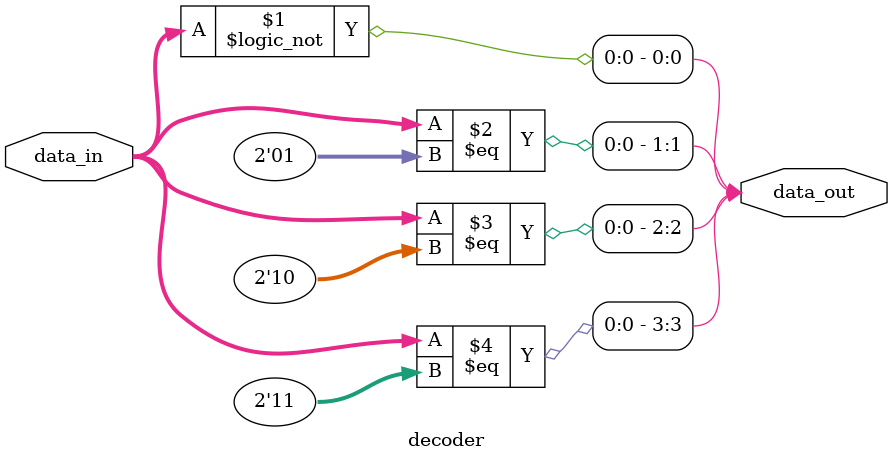
<source format=v>
`timescale 1ns / 1ps


module decoder#(
    parameter input_width = 2,
    parameter output_width = 2**input_width
    )(
    input [input_width - 1:0] data_in,
    output [output_width - 1:0] data_out
    );
    genvar i;
    generate
        for (i=0;i<output_width;i=i+1) begin: one_hot
                assign data_out[i] = (data_in==i);
        end
    endgenerate
    
endmodule

</source>
